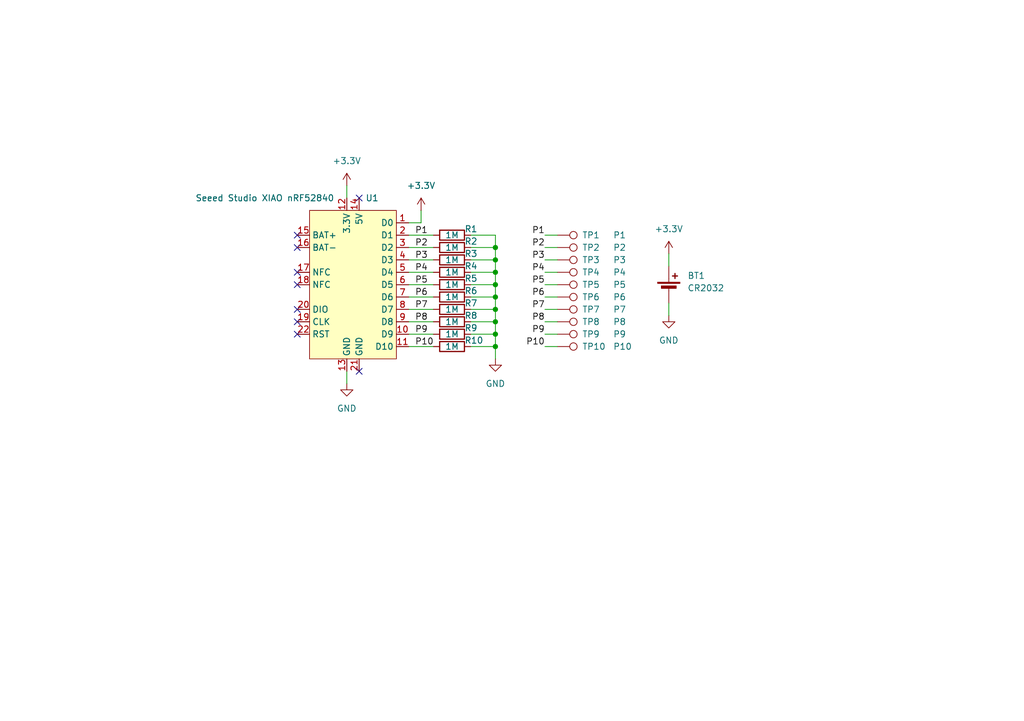
<source format=kicad_sch>
(kicad_sch (version 20250114) (generator "eeschema") (generator_version "9.0")
  (paper "A5")
  (lib_symbols
    (symbol "Connector:TestPoint" (pin_numbers (hide yes)) (pin_names (offset 0.762) (hide yes))
      (property "Reference" "TP" (at 0 6.858 0))
      (property "Value" "TestPoint" (at 0 5.08 0))
      (symbol "TestPoint_0_1"
        (circle (center 0 3.302) (radius 0.762))
      )
      (symbol "TestPoint_1_1"
        (pin passive line (at 0 0 90) (length 2.54) (name "1") (number "1"))
      )
    )
    (symbol "Device:Battery_Cell" (pin_numbers (hide yes)) (pin_names (offset 0) (hide yes))
      (property "Reference" "BT" (at 2.54 2.54 0))
      (property "Value" "Battery_Cell" (at 2.54 0 0))
      (symbol "Battery_Cell_0_1"
        (rectangle (start -2.286 1.778) (end 2.286 1.524) (fill (type outline)))
        (rectangle (start -1.524 1.016) (end 1.524 0.508) (fill (type outline)))
        (polyline (pts (xy 0 1.778) (xy 0 2.54)))
        (polyline (pts (xy 0 0.762) (xy 0 0)))
        (polyline (pts (xy 0.762 3.048) (xy 1.778 3.048)) (stroke (width 0.254)))
        (polyline (pts (xy 1.27 3.556) (xy 1.27 2.54)) (stroke (width 0.254)))
      )
      (symbol "Battery_Cell_1_1"
        (pin passive line (at 0 5.08 270) (length 2.54) (name "+") (number "1"))
        (pin passive line (at 0 -2.54 90) (length 2.54) (name "-") (number "2"))
      )
    )
    (symbol "Device:R" (pin_numbers (hide yes)) (pin_names (offset 0))
      (property "Reference" "R" (at 2.032 0 90))
      (property "Value" "R" (at 0 0 90))
      (symbol "R_0_1"
        (rectangle (start -1.016 -2.54) (end 1.016 2.54) (stroke (width 0.254)))
      )
      (symbol "R_1_1"
        (pin passive line (at 0 3.81 270) (length 1.27) (name "~") (number "1"))
        (pin passive line (at 0 -3.81 90) (length 1.27) (name "~") (number "2"))
      )
    )
    (symbol "LikertShift:XIAO-nRF52840"
      (property "Reference" "U" (at 1.27 1.27 0))
      (property "Value" "Seeed Studio XIAO nRF52840" (at 1.27 -1.27 0))
      (symbol "XIAO-nRF52840_0_0"
        (pin power_in line (at -10.16 10.16 0) (length 2.54) (name "BAT+") (number "15"))
        (pin power_in line (at -10.16 7.62 0) (length 2.54) (name "BAT-") (number "16"))
        (pin passive line (at -10.16 2.54 0) (length 2.54) (name "NFC") (number "17"))
        (pin passive line (at -10.16 0 0) (length 2.54) (name "NFC") (number "18"))
        (pin bidirectional line (at -10.16 -5.08 0) (length 2.54) (name "DIO") (number "20"))
        (pin input line (at -10.16 -7.62 0) (length 2.54) (name "CLK") (number "19"))
        (pin input line (at -10.16 -10.16 0) (length 2.54) (name "RST") (number "22"))
        (pin power_in line (at 0 17.78 270) (length 2.54) (name "3.3V") (number "12"))
        (pin power_in line (at 0 -17.78 90) (length 2.54) (name "GND") (number "13"))
        (pin power_in line (at 2.54 17.78 270) (length 2.54) (name "5V") (number "14"))
        (pin power_in line (at 2.54 -17.78 90) (length 2.54) (name "GND") (number "21"))
        (pin bidirectional line (at 12.7 12.7 180) (length 2.54) (name "D0") (number "1"))
        (pin bidirectional line (at 12.7 10.16 180) (length 2.54) (name "D1") (number "2"))
        (pin bidirectional line (at 12.7 7.62 180) (length 2.54) (name "D2") (number "3"))
        (pin bidirectional line (at 12.7 5.08 180) (length 2.54) (name "D3") (number "4"))
        (pin bidirectional line (at 12.7 2.54 180) (length 2.54) (name "D4") (number "5"))
        (pin bidirectional line (at 12.7 0 180) (length 2.54) (name "D5") (number "6"))
        (pin bidirectional line (at 12.7 -2.54 180) (length 2.54) (name "D6") (number "7"))
        (pin bidirectional line (at 12.7 -5.08 180) (length 2.54) (name "D7") (number "8"))
        (pin bidirectional line (at 12.7 -7.62 180) (length 2.54) (name "D8") (number "9"))
        (pin bidirectional line (at 12.7 -10.16 180) (length 2.54) (name "D9") (number "10"))
        (pin bidirectional line (at 12.7 -12.7 180) (length 2.54) (name "D10") (number "11"))
      )
      (symbol "XIAO-nRF52840_1_1"
        (rectangle (start -7.62 15.24) (end 10.16 -15.24) (fill (type background)))
      )
    )
    (symbol "power:+3.3V" (power) (pin_numbers (hide yes)) (pin_names (offset 0) (hide yes))
      (property "Value" "+3.3V" (at 0 3.556 0))
      (symbol "+3.3V_0_1"
        (polyline (pts (xy -0.762 1.27) (xy 0 2.54)))
        (polyline (pts (xy 0 2.54) (xy 0.762 1.27)))
        (polyline (pts (xy 0 0) (xy 0 2.54)))
      )
      (symbol "+3.3V_1_1"
        (pin power_in line (at 0 0 90) (length 0) (name "~") (number "1"))
      )
    )
    (symbol "power:GND" (power) (pin_numbers (hide yes)) (pin_names (offset 0) (hide yes))
      (property "Value" "GND" (at 0 -3.81 0))
      (symbol "GND_0_1"
        (polyline (pts (xy 0 0) (xy 0 -1.27) (xy 1.27 -1.27) (xy 0 -2.54) (xy -1.27 -1.27) (xy 0 -1.27)))
      )
      (symbol "GND_1_1"
        (pin power_in line (at 0 0 270) (length 0) (name "~") (number "1"))
      )
    )
  )
  (junction (at 101.6 66.04))
  (junction (at 101.6 68.58))
  (junction (at 101.6 63.5))
  (junction (at 101.6 53.34))
  (junction (at 101.6 60.96))
  (junction (at 101.6 55.88))
  (junction (at 101.6 71.12))
  (junction (at 101.6 50.8))
  (junction (at 101.6 58.42))
  (no_connect (at 60.96 55.88))
  (no_connect (at 60.96 58.42))
  (no_connect (at 60.96 68.58))
  (no_connect (at 60.96 48.26))
  (no_connect (at 73.66 40.64))
  (no_connect (at 73.66 76.2))
  (no_connect (at 60.96 50.8))
  (no_connect (at 60.96 63.5))
  (no_connect (at 60.96 66.04))
  (wire (pts (xy 83.82 55.88) (xy 88.9 55.88)))
  (wire (pts (xy 83.82 71.12) (xy 88.9 71.12)))
  (wire (pts (xy 101.6 58.42) (xy 101.6 60.96)))
  (wire (pts (xy 111.76 55.88) (xy 114.3 55.88)))
  (wire (pts (xy 111.76 58.42) (xy 114.3 58.42)))
  (wire (pts (xy 101.6 55.88) (xy 101.6 58.42)))
  (wire (pts (xy 83.82 58.42) (xy 88.9 58.42)))
  (wire (pts (xy 101.6 63.5) (xy 101.6 66.04)))
  (wire (pts (xy 83.82 45.72) (xy 86.36 45.72)))
  (wire (pts (xy 83.82 63.5) (xy 88.9 63.5)))
  (wire (pts (xy 111.76 68.58) (xy 114.3 68.58)))
  (wire (pts (xy 137.16 62.23) (xy 137.16 64.77)))
  (wire (pts (xy 96.52 63.5) (xy 101.6 63.5)))
  (wire (pts (xy 83.82 53.34) (xy 88.9 53.34)))
  (wire (pts (xy 111.76 48.26) (xy 114.3 48.26)))
  (wire (pts (xy 111.76 66.04) (xy 114.3 66.04)))
  (wire (pts (xy 71.12 76.2) (xy 71.12 78.74)))
  (wire (pts (xy 86.36 45.72) (xy 86.36 43.18)))
  (wire (pts (xy 83.82 66.04) (xy 88.9 66.04)))
  (wire (pts (xy 83.82 68.58) (xy 88.9 68.58)))
  (wire (pts (xy 96.52 55.88) (xy 101.6 55.88)))
  (wire (pts (xy 111.76 53.34) (xy 114.3 53.34)))
  (wire (pts (xy 96.52 53.34) (xy 101.6 53.34)))
  (wire (pts (xy 96.52 60.96) (xy 101.6 60.96)))
  (wire (pts (xy 111.76 50.8) (xy 114.3 50.8)))
  (wire (pts (xy 83.82 60.96) (xy 88.9 60.96)))
  (wire (pts (xy 83.82 50.8) (xy 88.9 50.8)))
  (wire (pts (xy 111.76 71.12) (xy 114.3 71.12)))
  (wire (pts (xy 96.52 48.26) (xy 101.6 48.26)))
  (wire (pts (xy 71.12 38.1) (xy 71.12 40.64)))
  (wire (pts (xy 96.52 58.42) (xy 101.6 58.42)))
  (wire (pts (xy 101.6 50.8) (xy 101.6 53.34)))
  (wire (pts (xy 96.52 71.12) (xy 101.6 71.12)))
  (wire (pts (xy 83.82 48.26) (xy 88.9 48.26)))
  (wire (pts (xy 96.52 66.04) (xy 101.6 66.04)))
  (wire (pts (xy 101.6 66.04) (xy 101.6 68.58)))
  (wire (pts (xy 101.6 68.58) (xy 101.6 71.12)))
  (wire (pts (xy 111.76 60.96) (xy 114.3 60.96)))
  (wire (pts (xy 96.52 68.58) (xy 101.6 68.58)))
  (wire (pts (xy 101.6 60.96) (xy 101.6 63.5)))
  (wire (pts (xy 101.6 48.26) (xy 101.6 50.8)))
  (wire (pts (xy 111.76 63.5) (xy 114.3 63.5)))
  (wire (pts (xy 137.16 52.07) (xy 137.16 54.61)))
  (wire (pts (xy 101.6 71.12) (xy 101.6 73.66)))
  (wire (pts (xy 96.52 50.8) (xy 101.6 50.8)))
  (wire (pts (xy 101.6 53.34) (xy 101.6 55.88)))
  (label "P7" (at 111.76 63.5 180))
  (label "P2" (at 85.09 50.8 0))
  (label "P10" (at 85.09 71.12 0))
  (label "P6" (at 111.76 60.96 180))
  (label "P2" (at 111.76 50.8 180))
  (label "P5" (at 85.09 58.42 0))
  (label "P6" (at 85.09 60.96 0))
  (label "P1" (at 111.76 48.26 180))
  (label "P9" (at 111.76 68.58 180))
  (label "P8" (at 85.09 66.04 0))
  (label "P3" (at 85.09 53.34 0))
  (label "P7" (at 85.09 63.5 0))
  (label "P9" (at 85.09 68.58 0))
  (label "P5" (at 111.76 58.42 180))
  (label "P10" (at 111.76 71.12 180))
  (label "P4" (at 111.76 55.88 180))
  (label "P8" (at 111.76 66.04 180))
  (label "P4" (at 85.09 55.88 0))
  (label "P3" (at 111.76 53.34 180))
  (label "P1" (at 85.09 48.26 0))
  (symbol (lib_id "Device:R") (at 92.71 48.26 90) (unit 1)
    (property "Reference" "R1" (at 95.25 46.99 90) (effects (justify right)))
    (property "Value" "1M" (at 92.71 48.26 90))
    (property "Footprint" "Resistor_SMD:R_0603_1608Metric_Pad0.98x0.95mm_HandSolder" (effects (hide yes)))
    (property "Description" "Resistor" (effects (hide yes)))
  )
  (symbol (lib_id "Connector:TestPoint") (at 114.3 68.58 270) (unit 1)
    (property "Reference" "TP9" (at 119.38 68.58 90) (effects (justify left)))
    (property "Value" "P9" (at 125.73 68.58 90) (effects (justify left)))
    (property "Footprint" "TestPoint:TestPoint_Pad_D2.0mm" (effects (hide yes)))
    (property "Description" "test point" (effects (hide yes)))
  )
  (symbol (lib_id "Device:R") (at 92.71 66.04 90) (unit 1)
    (property "Reference" "R8" (at 95.25 64.77 90) (effects (justify right)))
    (property "Value" "1M" (at 92.71 66.04 90))
    (property "Footprint" "Resistor_SMD:R_0603_1608Metric_Pad0.98x0.95mm_HandSolder" (effects (hide yes)))
    (property "Description" "Resistor" (effects (hide yes)))
  )
  (symbol (lib_id "Connector:TestPoint") (at 114.3 71.12 270) (unit 1)
    (property "Reference" "TP10" (at 119.38 71.12 90) (effects (justify left)))
    (property "Value" "P10" (at 125.73 71.12 90) (effects (justify left)))
    (property "Footprint" "TestPoint:TestPoint_Pad_D2.0mm" (effects (hide yes)))
    (property "Description" "test point" (effects (hide yes)))
  )
  (symbol (lib_id "Device:R") (at 92.71 71.12 90) (unit 1)
    (property "Reference" "R10" (at 95.25 69.85 90) (effects (justify right)))
    (property "Value" "1M" (at 92.71 71.12 90))
    (property "Footprint" "Resistor_SMD:R_0603_1608Metric_Pad0.98x0.95mm_HandSolder" (effects (hide yes)))
    (property "Description" "Resistor" (effects (hide yes)))
  )
  (symbol (lib_id "power:GND") (at 101.6 73.66 0) (unit 1)
    (property "Reference" "#PWR02" (effects (hide yes)))
    (property "Value" "GND" (at 101.6 78.74 0))
    (property "Description" "Power symbol creates a global label with name \"GND\" , ground" (effects (hide yes)))
  )
  (symbol (lib_id "Device:R") (at 92.71 50.8 90) (unit 1)
    (property "Reference" "R2" (at 95.25 49.53 90) (effects (justify right)))
    (property "Value" "1M" (at 92.71 50.8 90))
    (property "Footprint" "Resistor_SMD:R_0603_1608Metric_Pad0.98x0.95mm_HandSolder" (effects (hide yes)))
    (property "Description" "Resistor" (effects (hide yes)))
  )
  (symbol (lib_id "Device:R") (at 92.71 63.5 90) (unit 1)
    (property "Reference" "R7" (at 95.25 62.23 90) (effects (justify right)))
    (property "Value" "1M" (at 92.71 63.5 90))
    (property "Footprint" "Resistor_SMD:R_0603_1608Metric_Pad0.98x0.95mm_HandSolder" (effects (hide yes)))
    (property "Description" "Resistor" (effects (hide yes)))
  )
  (symbol (lib_id "Connector:TestPoint") (at 114.3 60.96 270) (unit 1)
    (property "Reference" "TP6" (at 119.38 60.96 90) (effects (justify left)))
    (property "Value" "P6" (at 125.73 60.96 90) (effects (justify left)))
    (property "Footprint" "TestPoint:TestPoint_Pad_D2.0mm" (effects (hide yes)))
    (property "Description" "test point" (effects (hide yes)))
  )
  (symbol (lib_id "Device:R") (at 92.71 68.58 90) (unit 1)
    (property "Reference" "R9" (at 95.25 67.31 90) (effects (justify right)))
    (property "Value" "1M" (at 92.71 68.58 90))
    (property "Footprint" "Resistor_SMD:R_0603_1608Metric_Pad0.98x0.95mm_HandSolder" (effects (hide yes)))
    (property "Description" "Resistor" (effects (hide yes)))
  )
  (symbol (lib_id "power:+3.3V") (at 71.12 38.1 0) (unit 1)
    (property "Reference" "#PWR03" (effects (hide yes)))
    (property "Value" "+3.3V" (at 71.12 33.02 0))
    (property "Description" "Power symbol creates a global label with name \"+3.3V\"" (effects (hide yes)))
  )
  (symbol (lib_id "Device:Battery_Cell") (at 137.16 59.69 0) (unit 1)
    (property "Reference" "BT1" (at 140.97 56.5784 0) (effects (justify left)))
    (property "Value" "CR2032" (at 140.97 59.1184 0) (effects (justify left)))
    (property "Footprint" "Battery:BatteryHolder_Keystone_1058_1x2032" (effects (hide yes)))
    (property "Description" "Single-cell battery" (effects (hide yes)))
  )
  (symbol (lib_id "power:+3.3V") (at 137.16 52.07 0) (mirror y) (unit 1)
    (property "Reference" "#PWR04" (effects (hide yes)))
    (property "Value" "+3.3V" (at 137.16 46.99 0))
    (property "Description" "Power symbol creates a global label with name \"+3.3V\"" (effects (hide yes)))
  )
  (symbol (lib_id "Device:R") (at 92.71 55.88 90) (unit 1)
    (property "Reference" "R4" (at 95.25 54.61 90) (effects (justify right)))
    (property "Value" "1M" (at 92.71 55.88 90))
    (property "Footprint" "Resistor_SMD:R_0603_1608Metric_Pad0.98x0.95mm_HandSolder" (effects (hide yes)))
    (property "Description" "Resistor" (effects (hide yes)))
  )
  (symbol (lib_id "power:GND") (at 137.16 64.77 0) (mirror y) (unit 1)
    (property "Reference" "#PWR05" (effects (hide yes)))
    (property "Value" "GND" (at 137.16 69.85 0))
    (property "Description" "Power symbol creates a global label with name \"GND\" , ground" (effects (hide yes)))
  )
  (symbol (lib_id "Connector:TestPoint") (at 114.3 58.42 270) (unit 1)
    (property "Reference" "TP5" (at 119.38 58.42 90) (effects (justify left)))
    (property "Value" "P5" (at 125.73 58.42 90) (effects (justify left)))
    (property "Footprint" "TestPoint:TestPoint_Pad_D2.0mm" (effects (hide yes)))
    (property "Description" "test point" (effects (hide yes)))
  )
  (symbol (lib_id "Device:R") (at 92.71 60.96 90) (unit 1)
    (property "Reference" "R6" (at 95.25 59.69 90) (effects (justify right)))
    (property "Value" "1M" (at 92.71 60.96 90))
    (property "Footprint" "Resistor_SMD:R_0603_1608Metric_Pad0.98x0.95mm_HandSolder" (effects (hide yes)))
    (property "Description" "Resistor" (effects (hide yes)))
  )
  (symbol (lib_id "power:GND") (at 71.12 78.74 0) (unit 1)
    (property "Reference" "#PWR01" (effects (hide yes)))
    (property "Value" "GND" (at 71.12 83.82 0))
    (property "Description" "Power symbol creates a global label with name \"GND\" , ground" (effects (hide yes)))
  )
  (symbol (lib_id "Device:R") (at 92.71 58.42 90) (unit 1)
    (property "Reference" "R5" (at 95.25 57.15 90) (effects (justify right)))
    (property "Value" "1M" (at 92.71 58.42 90))
    (property "Footprint" "Resistor_SMD:R_0603_1608Metric_Pad0.98x0.95mm_HandSolder" (effects (hide yes)))
    (property "Description" "Resistor" (effects (hide yes)))
  )
  (symbol (lib_id "Connector:TestPoint") (at 114.3 50.8 270) (unit 1)
    (property "Reference" "TP2" (at 119.38 50.8 90) (effects (justify left)))
    (property "Value" "P2" (at 125.73 50.8 90) (effects (justify left)))
    (property "Footprint" "TestPoint:TestPoint_Pad_D2.0mm" (effects (hide yes)))
    (property "Description" "test point" (effects (hide yes)))
  )
  (symbol (lib_id "Connector:TestPoint") (at 114.3 55.88 270) (unit 1)
    (property "Reference" "TP4" (at 119.38 55.88 90) (effects (justify left)))
    (property "Value" "P4" (at 125.73 55.88 90) (effects (justify left)))
    (property "Footprint" "TestPoint:TestPoint_Pad_D2.0mm" (effects (hide yes)))
    (property "Description" "test point" (effects (hide yes)))
  )
  (symbol (lib_id "Connector:TestPoint") (at 114.3 63.5 270) (unit 1)
    (property "Reference" "TP7" (at 119.38 63.5 90) (effects (justify left)))
    (property "Value" "P7" (at 125.73 63.5 90) (effects (justify left)))
    (property "Footprint" "TestPoint:TestPoint_Pad_D2.0mm" (effects (hide yes)))
    (property "Description" "test point" (effects (hide yes)))
  )
  (symbol (lib_id "Device:R") (at 92.71 53.34 90) (unit 1)
    (property "Reference" "R3" (at 95.25 52.07 90) (effects (justify right)))
    (property "Value" "1M" (at 92.71 53.34 90))
    (property "Footprint" "Resistor_SMD:R_0603_1608Metric_Pad0.98x0.95mm_HandSolder" (effects (hide yes)))
    (property "Description" "Resistor" (effects (hide yes)))
  )
  (symbol (lib_id "Connector:TestPoint") (at 114.3 48.26 270) (unit 1)
    (property "Reference" "TP1" (at 119.38 48.26 90) (effects (justify left)))
    (property "Value" "P1" (at 125.73 48.26 90) (effects (justify left)))
    (property "Footprint" "TestPoint:TestPoint_Pad_D2.0mm" (effects (hide yes)))
    (property "Description" "test point" (effects (hide yes)))
  )
  (symbol (lib_id "LikertShift:XIAO-nRF52840") (at 71.12 58.42 0) (unit 1)
    (property "Reference" "U1" (at 74.93 40.64 0) (effects (justify left)))
    (property "Value" "Seeed Studio XIAO nRF52840" (at 68.58 40.64 0) (effects (justify right)))
    (property "Footprint" "LikertShift:XIAO-nRF52840-SMD" (effects (hide yes)))
    (property "Datasheet" "https://files.seeedstudio.com/wiki/XIAO-BLE/nRF52840_PS_v1.5.pdf" (effects (hide yes)))
  )
  (symbol (lib_id "power:+3.3V") (at 86.36 43.18 0) (unit 1)
    (property "Reference" "#PWR06" (effects (hide yes)))
    (property "Value" "+3.3V" (at 86.36 38.1 0))
    (property "Description" "Power symbol creates a global label with name \"+3.3V\"" (effects (hide yes)))
  )
  (symbol (lib_id "Connector:TestPoint") (at 114.3 66.04 270) (unit 1)
    (property "Reference" "TP8" (at 119.38 66.04 90) (effects (justify left)))
    (property "Value" "P8" (at 125.73 66.04 90) (effects (justify left)))
    (property "Footprint" "TestPoint:TestPoint_Pad_D2.0mm" (effects (hide yes)))
    (property "Description" "test point" (effects (hide yes)))
  )
  (symbol (lib_id "Connector:TestPoint") (at 114.3 53.34 270) (unit 1)
    (property "Reference" "TP3" (at 119.38 53.34 90) (effects (justify left)))
    (property "Value" "P3" (at 125.73 53.34 90) (effects (justify left)))
    (property "Footprint" "TestPoint:TestPoint_Pad_D2.0mm" (effects (hide yes)))
    (property "Description" "test point" (effects (hide yes)))
  )
)
</source>
